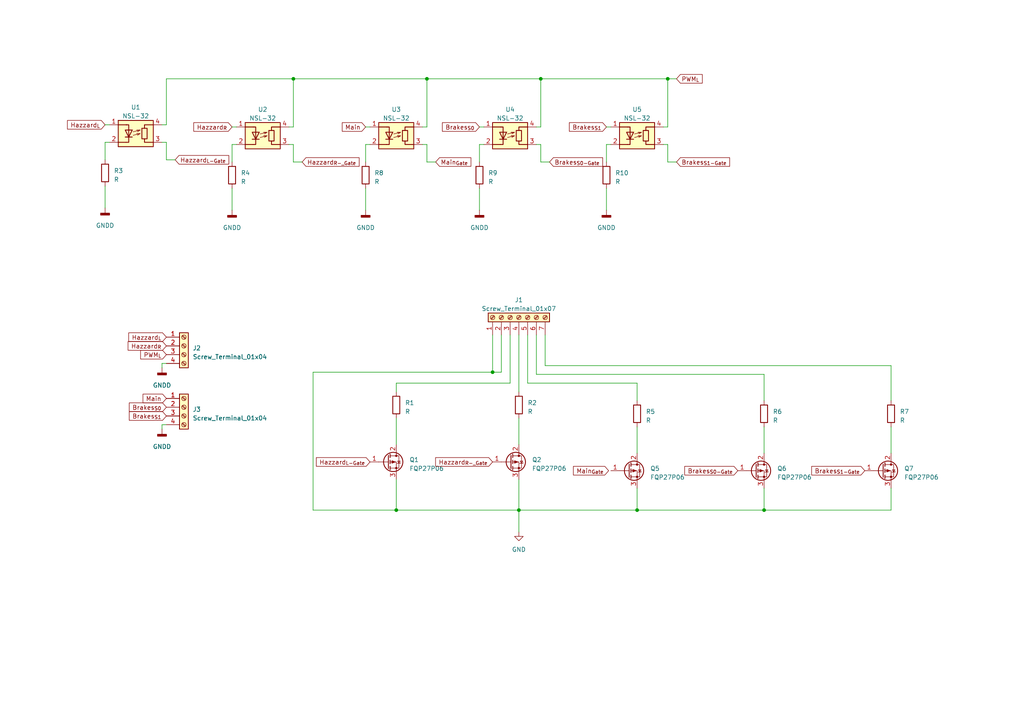
<source format=kicad_sch>
(kicad_sch (version 20230121) (generator eeschema)
  (paper "A4")
  (lib_symbols
    (symbol "Connector:Screw_Terminal_01x04" (pin_names (offset 1.016) hide)
      (property "Reference" "J" (at 0 5.08 0))
      (property "Value" "Screw_Terminal_01x04" (at 0 -7.62 0))
      (symbol "Screw_Terminal_01x04_1_1"
        (rectangle (start -1.27 3.81) (end 1.27 -6.35) (stroke (width 0.254)) (fill (type background)))
        (circle (center 0 -5.08) (radius 0.635) (stroke (width 0.1524)))
        (circle (center 0 -2.54) (radius 0.635) (stroke (width 0.1524)))
        (polyline (pts (xy -0.5334 -4.7498) (xy 0.3302 -5.588)) (stroke (width 0.1524)))
        (polyline (pts (xy -0.5334 -2.2098) (xy 0.3302 -3.048)) (stroke (width 0.1524)))
        (polyline (pts (xy -0.5334 0.3302) (xy 0.3302 -0.508)) (stroke (width 0.1524)))
        (polyline (pts (xy -0.5334 2.8702) (xy 0.3302 2.032)) (stroke (width 0.1524)))
        (polyline (pts (xy -0.3556 -4.572) (xy 0.508 -5.4102)) (stroke (width 0.1524)))
        (polyline (pts (xy -0.3556 -2.032) (xy 0.508 -2.8702)) (stroke (width 0.1524)))
        (polyline (pts (xy -0.3556 0.508) (xy 0.508 -0.3302)) (stroke (width 0.1524)))
        (polyline (pts (xy -0.3556 3.048) (xy 0.508 2.2098)) (stroke (width 0.1524)))
        (circle (center 0 0) (radius 0.635) (stroke (width 0.1524)))
        (circle (center 0 2.54) (radius 0.635) (stroke (width 0.1524)))
        (pin passive line (at -5.08 2.54 0) (length 3.81) (name "Pin_1") (number "1"))
        (pin passive line (at -5.08 0 0) (length 3.81) (name "Pin_2") (number "2"))
        (pin passive line (at -5.08 -2.54 0) (length 3.81) (name "Pin_3") (number "3"))
        (pin passive line (at -5.08 -5.08 0) (length 3.81) (name "Pin_4") (number "4"))
      )
    )
    (symbol "Connector:Screw_Terminal_01x07" (pin_names (offset 1.016) hide)
      (property "Reference" "J" (at 0 10.16 0))
      (property "Value" "Screw_Terminal_01x07" (at 0 -10.16 0))
      (symbol "Screw_Terminal_01x07_1_1"
        (rectangle (start -1.27 8.89) (end 1.27 -8.89) (stroke (width 0.254)) (fill (type background)))
        (circle (center 0 -7.62) (radius 0.635) (stroke (width 0.1524)))
        (circle (center 0 -5.08) (radius 0.635) (stroke (width 0.1524)))
        (circle (center 0 -2.54) (radius 0.635) (stroke (width 0.1524)))
        (polyline (pts (xy -0.5334 -7.2898) (xy 0.3302 -8.128)) (stroke (width 0.1524)))
        (polyline (pts (xy -0.5334 -4.7498) (xy 0.3302 -5.588)) (stroke (width 0.1524)))
        (polyline (pts (xy -0.5334 -2.2098) (xy 0.3302 -3.048)) (stroke (width 0.1524)))
        (polyline (pts (xy -0.5334 0.3302) (xy 0.3302 -0.508)) (stroke (width 0.1524)))
        (polyline (pts (xy -0.5334 2.8702) (xy 0.3302 2.032)) (stroke (width 0.1524)))
        (polyline (pts (xy -0.5334 5.4102) (xy 0.3302 4.572)) (stroke (width 0.1524)))
        (polyline (pts (xy -0.5334 7.9502) (xy 0.3302 7.112)) (stroke (width 0.1524)))
        (polyline (pts (xy -0.3556 -7.112) (xy 0.508 -7.9502)) (stroke (width 0.1524)))
        (polyline (pts (xy -0.3556 -4.572) (xy 0.508 -5.4102)) (stroke (width 0.1524)))
        (polyline (pts (xy -0.3556 -2.032) (xy 0.508 -2.8702)) (stroke (width 0.1524)))
        (polyline (pts (xy -0.3556 0.508) (xy 0.508 -0.3302)) (stroke (width 0.1524)))
        (polyline (pts (xy -0.3556 3.048) (xy 0.508 2.2098)) (stroke (width 0.1524)))
        (polyline (pts (xy -0.3556 5.588) (xy 0.508 4.7498)) (stroke (width 0.1524)))
        (polyline (pts (xy -0.3556 8.128) (xy 0.508 7.2898)) (stroke (width 0.1524)))
        (circle (center 0 0) (radius 0.635) (stroke (width 0.1524)))
        (circle (center 0 2.54) (radius 0.635) (stroke (width 0.1524)))
        (circle (center 0 5.08) (radius 0.635) (stroke (width 0.1524)))
        (circle (center 0 7.62) (radius 0.635) (stroke (width 0.1524)))
        (pin passive line (at -5.08 7.62 0) (length 3.81) (name "Pin_1") (number "1"))
        (pin passive line (at -5.08 5.08 0) (length 3.81) (name "Pin_2") (number "2"))
        (pin passive line (at -5.08 2.54 0) (length 3.81) (name "Pin_3") (number "3"))
        (pin passive line (at -5.08 0 0) (length 3.81) (name "Pin_4") (number "4"))
        (pin passive line (at -5.08 -2.54 0) (length 3.81) (name "Pin_5") (number "5"))
        (pin passive line (at -5.08 -5.08 0) (length 3.81) (name "Pin_6") (number "6"))
        (pin passive line (at -5.08 -7.62 0) (length 3.81) (name "Pin_7") (number "7"))
      )
    )
    (symbol "Device:R" (pin_numbers hide) (pin_names (offset 0))
      (property "Reference" "R" (at 2.032 0 90))
      (property "Value" "R" (at 0 0 90))
      (symbol "R_0_1"
        (rectangle (start -1.016 -2.54) (end 1.016 2.54) (stroke (width 0.254)))
      )
      (symbol "R_1_1"
        (pin passive line (at 0 3.81 270) (length 1.27) (name "~") (number "1"))
        (pin passive line (at 0 -3.81 90) (length 1.27) (name "~") (number "2"))
      )
    )
    (symbol "Isolator:NSL-32" (pin_names (offset 0.762) hide)
      (property "Reference" "U" (at 0 5.08 0))
      (property "Value" "NSL-32" (at 0 -5.08 0))
      (symbol "NSL-32_0_1"
        (rectangle (start -5.08 3.81) (end 5.08 -3.81) (stroke (width 0.254)) (fill (type background)))
        (polyline (pts (xy -5.08 2.54) (xy -2.54 2.54)) (stroke (width 0.254)))
        (polyline (pts (xy -2.794 -2.54) (xy -5.08 -2.54)) (stroke (width 0.254)))
        (polyline (pts (xy -1.016 -1.016) (xy -3.048 -1.016) (xy -3.048 -1.016)) (stroke (width 0.254)))
        (polyline (pts (xy -0.762 -0.508) (xy 1.27 0) (xy 1.27 0)))
        (polyline (pts (xy -0.762 0.508) (xy 1.27 1.016) (xy 1.27 1.016)))
        (polyline (pts (xy 2.54 -1.524) (xy 2.54 -2.54) (xy 5.08 -2.54)) (stroke (width 0.254)))
        (polyline (pts (xy 2.54 1.524) (xy 2.54 2.54) (xy 5.08 2.54)) (stroke (width 0.254)))
        (polyline (pts (xy -2.794 -2.54) (xy -2.032 -2.54) (xy -2.032 2.54) (xy -2.794 2.54)) (stroke (width 0.254)))
        (polyline (pts (xy 0.254 0) (xy 1.27 0) (xy 0.508 -0.508) (xy 0.508 -0.508)))
        (polyline (pts (xy 0.254 1.016) (xy 1.27 1.016) (xy 0.508 0.508) (xy 0.508 0.508)))
        (polyline (pts (xy -1.016 1.016) (xy -3.048 1.016) (xy -2.032 -1.016) (xy -1.016 1.016) (xy -1.016 1.016) (xy -1.016 1.016)) (stroke (width 0.254)))
        (rectangle (start 1.778 1.524) (end 3.302 -1.524) (stroke (width 0.254)))
      )
      (symbol "NSL-32_1_1"
        (pin passive line (at -7.62 2.54 0) (length 2.54) (name "A") (number "1"))
        (pin passive line (at -7.62 -2.54 0) (length 2.54) (name "K") (number "2"))
        (pin passive line (at 7.62 -2.54 180) (length 2.54) (name "R") (number "3"))
        (pin passive line (at 7.62 2.54 180) (length 2.54) (name "R") (number "4"))
      )
    )
    (symbol "Transistor_FET:FQP27P06" (pin_names hide)
      (property "Reference" "Q" (at 5.08 1.905 0))
      (property "Value" "FQP27P06" (at 5.08 0 0))
      (symbol "FQP27P06_0_1"
        (polyline (pts (xy 0.254 0) (xy -2.54 0)))
        (polyline (pts (xy 0.254 1.905) (xy 0.254 -1.905)) (stroke (width 0.254)))
        (polyline (pts (xy 0.762 -1.27) (xy 0.762 -2.286)) (stroke (width 0.254)))
        (polyline (pts (xy 0.762 0.508) (xy 0.762 -0.508)) (stroke (width 0.254)))
        (polyline (pts (xy 0.762 2.286) (xy 0.762 1.27)) (stroke (width 0.254)))
        (polyline (pts (xy 2.54 2.54) (xy 2.54 1.778)))
        (polyline (pts (xy 2.54 -2.54) (xy 2.54 0) (xy 0.762 0)))
        (polyline (pts (xy 0.762 1.778) (xy 3.302 1.778) (xy 3.302 -1.778) (xy 0.762 -1.778)))
        (polyline (pts (xy 2.286 0) (xy 1.27 0.381) (xy 1.27 -0.381) (xy 2.286 0)) (fill (type outline)))
        (polyline (pts (xy 2.794 -0.508) (xy 2.921 -0.381) (xy 3.683 -0.381) (xy 3.81 -0.254)))
        (polyline (pts (xy 3.302 -0.381) (xy 2.921 0.254) (xy 3.683 0.254) (xy 3.302 -0.381)))
        (circle (center 1.651 0) (radius 2.794) (stroke (width 0.254)))
        (circle (center 2.54 -1.778) (radius 0.254) (fill (type outline)))
        (circle (center 2.54 1.778) (radius 0.254) (fill (type outline)))
      )
      (symbol "FQP27P06_1_1"
        (pin input line (at -5.08 0 0) (length 2.54) (name "G") (number "1"))
        (pin passive line (at 2.54 5.08 270) (length 2.54) (name "D") (number "2"))
        (pin passive line (at 2.54 -5.08 90) (length 2.54) (name "S") (number "3"))
      )
    )
    (symbol "power:GND" (power) (pin_names (offset 0))
      (property "Value" "GND" (at 0 -3.81 0))
      (symbol "GND_0_1"
        (polyline (pts (xy 0 0) (xy 0 -1.27) (xy 1.27 -1.27) (xy 0 -2.54) (xy -1.27 -1.27) (xy 0 -1.27)))
      )
      (symbol "GND_1_1"
        (pin power_in line (at 0 0 270) (length 0) hide (name "GND") (number "1"))
      )
    )
    (symbol "power:GNDD" (power) (pin_names (offset 0))
      (property "Value" "GNDD" (at 0 -3.175 0))
      (symbol "GNDD_0_1"
        (rectangle (start -1.27 -1.524) (end 1.27 -2.032) (stroke (width 0.254)) (fill (type outline)))
        (polyline (pts (xy 0 0) (xy 0 -1.524)))
      )
      (symbol "GNDD_1_1"
        (pin power_in line (at 0 0 270) (length 0) hide (name "GNDD") (number "1"))
      )
    )
  )
  (junction (at 150.495 147.955))
  (junction (at 193.675 22.86))
  (junction (at 221.615 147.955))
  (junction (at 142.875 107.95))
  (junction (at 123.825 22.86))
  (junction (at 184.785 147.955))
  (junction (at 85.09 22.86))
  (junction (at 156.845 22.86))
  (junction (at 114.935 147.955))
  (wire (pts (xy 139.065 36.83) (xy 140.335 36.83)))
  (wire (pts (xy 175.895 36.83) (xy 177.165 36.83)))
  (wire (pts (xy 221.615 108.585) (xy 221.615 116.205)))
  (wire (pts (xy 114.935 147.955) (xy 150.495 147.955)))
  (wire (pts (xy 147.955 111.125) (xy 114.935 111.125)))
  (wire (pts (xy 193.675 46.99) (xy 196.215 46.99)))
  (wire (pts (xy 139.065 41.91) (xy 139.065 46.99)))
  (wire (pts (xy 106.045 54.61) (xy 106.045 60.96)))
  (wire (pts (xy 123.825 22.86) (xy 156.845 22.86)))
  (wire (pts (xy 46.99 123.19) (xy 48.26 123.19)))
  (wire (pts (xy 106.045 36.83) (xy 107.315 36.83)))
  (wire (pts (xy 258.445 123.825) (xy 258.445 131.445)))
  (wire (pts (xy 67.31 54.61) (xy 67.31 60.96)))
  (wire (pts (xy 184.785 141.605) (xy 184.785 147.955)))
  (wire (pts (xy 46.99 105.41) (xy 48.26 105.41)))
  (wire (pts (xy 48.26 41.275) (xy 48.26 46.355)))
  (wire (pts (xy 48.26 22.86) (xy 85.09 22.86)))
  (wire (pts (xy 147.955 97.155) (xy 147.955 111.125)))
  (wire (pts (xy 83.82 41.91) (xy 85.09 41.91)))
  (wire (pts (xy 123.825 46.99) (xy 126.365 46.99)))
  (wire (pts (xy 123.825 41.91) (xy 123.825 46.99)))
  (wire (pts (xy 67.31 36.83) (xy 68.58 36.83)))
  (wire (pts (xy 114.935 139.065) (xy 114.935 147.955)))
  (wire (pts (xy 67.31 41.91) (xy 67.31 46.99)))
  (wire (pts (xy 31.75 41.275) (xy 30.48 41.275)))
  (wire (pts (xy 192.405 41.91) (xy 193.675 41.91)))
  (wire (pts (xy 221.615 123.825) (xy 221.615 131.445)))
  (wire (pts (xy 83.82 36.83) (xy 85.09 36.83)))
  (wire (pts (xy 145.415 107.95) (xy 142.875 107.95)))
  (wire (pts (xy 184.785 123.825) (xy 184.785 131.445)))
  (wire (pts (xy 139.065 54.61) (xy 139.065 60.96)))
  (wire (pts (xy 177.165 41.91) (xy 175.895 41.91)))
  (wire (pts (xy 46.99 41.275) (xy 48.26 41.275)))
  (wire (pts (xy 184.785 147.955) (xy 221.615 147.955)))
  (wire (pts (xy 150.495 121.285) (xy 150.495 128.905)))
  (wire (pts (xy 221.615 141.605) (xy 221.615 147.955)))
  (wire (pts (xy 85.09 22.86) (xy 85.09 36.83)))
  (wire (pts (xy 114.935 121.285) (xy 114.935 128.905)))
  (wire (pts (xy 106.045 41.91) (xy 106.045 46.99)))
  (wire (pts (xy 48.26 22.86) (xy 48.26 36.195)))
  (wire (pts (xy 142.875 107.95) (xy 90.805 107.95)))
  (wire (pts (xy 85.09 46.99) (xy 87.63 46.99)))
  (wire (pts (xy 107.315 41.91) (xy 106.045 41.91)))
  (wire (pts (xy 145.415 97.155) (xy 145.415 107.95)))
  (wire (pts (xy 46.99 124.46) (xy 46.99 123.19)))
  (wire (pts (xy 30.48 53.975) (xy 30.48 60.325)))
  (wire (pts (xy 258.445 147.955) (xy 258.445 141.605)))
  (wire (pts (xy 193.675 22.86) (xy 193.675 36.83)))
  (wire (pts (xy 156.845 41.91) (xy 156.845 46.99)))
  (wire (pts (xy 155.575 41.91) (xy 156.845 41.91)))
  (wire (pts (xy 90.805 107.95) (xy 90.805 147.955)))
  (wire (pts (xy 114.935 113.665) (xy 114.935 111.125)))
  (wire (pts (xy 46.99 106.68) (xy 46.99 105.41)))
  (wire (pts (xy 122.555 41.91) (xy 123.825 41.91)))
  (wire (pts (xy 193.675 41.91) (xy 193.675 46.99)))
  (wire (pts (xy 46.99 36.195) (xy 48.26 36.195)))
  (wire (pts (xy 140.335 41.91) (xy 139.065 41.91)))
  (wire (pts (xy 184.785 111.125) (xy 184.785 116.205)))
  (wire (pts (xy 175.895 54.61) (xy 175.895 60.96)))
  (wire (pts (xy 85.09 22.86) (xy 123.825 22.86)))
  (wire (pts (xy 85.09 41.91) (xy 85.09 46.99)))
  (wire (pts (xy 150.495 139.065) (xy 150.495 147.955)))
  (wire (pts (xy 156.845 22.86) (xy 193.675 22.86)))
  (wire (pts (xy 158.115 106.045) (xy 258.445 106.045)))
  (wire (pts (xy 155.575 108.585) (xy 221.615 108.585)))
  (wire (pts (xy 258.445 106.045) (xy 258.445 116.205)))
  (wire (pts (xy 175.895 41.91) (xy 175.895 46.99)))
  (wire (pts (xy 150.495 97.155) (xy 150.495 113.665)))
  (wire (pts (xy 155.575 36.83) (xy 156.845 36.83)))
  (wire (pts (xy 156.845 22.86) (xy 156.845 36.83)))
  (wire (pts (xy 153.035 97.155) (xy 153.035 111.125)))
  (wire (pts (xy 90.805 147.955) (xy 114.935 147.955)))
  (wire (pts (xy 153.035 111.125) (xy 184.785 111.125)))
  (wire (pts (xy 150.495 147.955) (xy 150.495 154.305)))
  (wire (pts (xy 122.555 36.83) (xy 123.825 36.83)))
  (wire (pts (xy 192.405 36.83) (xy 193.675 36.83)))
  (wire (pts (xy 142.875 97.155) (xy 142.875 107.95)))
  (wire (pts (xy 155.575 97.155) (xy 155.575 108.585)))
  (wire (pts (xy 193.675 22.86) (xy 196.215 22.86)))
  (wire (pts (xy 156.845 46.99) (xy 159.385 46.99)))
  (wire (pts (xy 158.115 97.155) (xy 158.115 106.045)))
  (wire (pts (xy 123.825 22.86) (xy 123.825 36.83)))
  (wire (pts (xy 30.48 36.195) (xy 31.75 36.195)))
  (wire (pts (xy 68.58 41.91) (xy 67.31 41.91)))
  (wire (pts (xy 48.26 46.355) (xy 50.8 46.355)))
  (wire (pts (xy 30.48 41.275) (xy 30.48 46.355)))
  (wire (pts (xy 221.615 147.955) (xy 258.445 147.955)))
  (wire (pts (xy 150.495 147.955) (xy 184.785 147.955)))
  (global_label "Main" (shape input) (at 48.26 115.57 180) (property "Intersheetrefs" "${INTERSHEET_REFS}" (effects hide)))
  (global_label "PWM_{L}" (shape input) (at 48.26 102.87 180) (property "Intersheetrefs" "${INTERSHEET_REFS}" (effects hide)))
  (global_label "Hazzard_{L-Gate}" (shape input) (at 107.315 133.985 180) (property "Intersheetrefs" "${INTERSHEET_REFS}" (effects hide)))
  (global_label "Hazzard_{R}" (shape input) (at 67.31 36.83 180) (property "Intersheetrefs" "${INTERSHEET_REFS}" (effects hide)))
  (global_label "Brakes_{S0}" (shape input) (at 48.26 118.11 180) (property "Intersheetrefs" "${INTERSHEET_REFS}" (effects hide)))
  (global_label "Hazzard_{R-_Gate}" (shape input) (at 142.875 133.985 180) (property "Intersheetrefs" "${INTERSHEET_REFS}" (effects hide)))
  (global_label "Main_{Gate}" (shape input) (at 176.53 136.525 180) (property "Intersheetrefs" "${INTERSHEET_REFS}" (effects hide)))
  (global_label "Brakes_{S0}" (shape input) (at 139.065 36.83 180) (property "Intersheetrefs" "${INTERSHEET_REFS}" (effects hide)))
  (global_label "Hazzard_{L}" (shape input) (at 30.48 36.195 180) (property "Intersheetrefs" "${INTERSHEET_REFS}" (effects hide)))
  (global_label "Brakes_{S1}" (shape input) (at 48.26 120.65 180) (property "Intersheetrefs" "${INTERSHEET_REFS}" (effects hide)))
  (global_label "Brakes_{S0-}_{Gate}" (shape input) (at 159.385 46.99 0) (property "Intersheetrefs" "${INTERSHEET_REFS}" (effects hide)))
  (global_label "Brakes_{S1-}_{Gate}" (shape input) (at 196.215 46.99 0) (property "Intersheetrefs" "${INTERSHEET_REFS}" (effects hide)))
  (global_label "Brakes_{S1-}_{Gate}" (shape input) (at 250.825 136.525 180) (property "Intersheetrefs" "${INTERSHEET_REFS}" (effects hide)))
  (global_label "Main" (shape input) (at 106.045 36.83 180) (property "Intersheetrefs" "${INTERSHEET_REFS}" (effects hide)))
  (global_label "Brakes_{S0-}_{Gate}" (shape input) (at 213.995 136.525 180) (property "Intersheetrefs" "${INTERSHEET_REFS}" (effects hide)))
  (global_label "Hazzard_{L}" (shape input) (at 48.26 97.79 180) (property "Intersheetrefs" "${INTERSHEET_REFS}" (effects hide)))
  (global_label "PWM_{L}" (shape input) (at 196.215 22.86 0) (property "Intersheetrefs" "${INTERSHEET_REFS}" (effects hide)))
  (global_label "Brakes_{S1}" (shape input) (at 175.895 36.83 180) (property "Intersheetrefs" "${INTERSHEET_REFS}" (effects hide)))
  (global_label "Hazzard_{L-Gate}" (shape input) (at 50.8 46.355 0) (property "Intersheetrefs" "${INTERSHEET_REFS}" (effects hide)))
  (global_label "Hazzard_{R}" (shape input) (at 48.26 100.33 180) (property "Intersheetrefs" "${INTERSHEET_REFS}" (effects hide)))
  (global_label "Main_{Gate}" (shape input) (at 126.365 46.99 0) (property "Intersheetrefs" "${INTERSHEET_REFS}" (effects hide)))
  (global_label "Hazzard_{R-_Gate}" (shape input) (at 87.63 46.99 0) (property "Intersheetrefs" "${INTERSHEET_REFS}" (effects hide)))
  (symbol (lib_id "Device:R") (at 184.785 120.015 0) (unit 1)
    (property "Reference" "R5" (at 187.325 119.38 0) (effects (justify left)))
    (property "Value" "R" (at 187.325 121.92 0) (effects (justify left)))
  )
  (symbol (lib_id "Device:R") (at 67.31 50.8 0) (unit 1)
    (property "Reference" "R4" (at 69.85 50.165 0) (effects (justify left)))
    (property "Value" "R" (at 69.85 52.705 0) (effects (justify left)))
  )
  (symbol (lib_id "Transistor_FET:FQP27P06") (at 182.245 136.525 0) (unit 1)
    (property "Reference" "Q5" (at 188.595 135.89 0) (effects (justify left)))
    (property "Value" "FQP27P06" (at 188.595 138.43 0) (effects (justify left)))
    (property "Footprint" "Package_TO_SOT_THT:TO-220-3_Vertical" (effects hide))
    (property "Datasheet" "https://www.onsemi.com/pub/Collateral/FQP27P06-D.PDF" (effects hide))
  )
  (symbol (lib_id "Isolator:NSL-32") (at 114.935 39.37 0) (unit 1)
    (property "Reference" "U3" (at 114.935 31.75 0))
    (property "Value" "NSL-32" (at 114.935 34.29 0))
    (property "Footprint" "OptoDevice:Luna_NSL-32" (effects hide))
    (property "Datasheet" "http://lunainc.com/wp-content/uploads/2016/06/NSL-32.pdf" (effects hide))
  )
  (symbol (lib_id "power:GNDD") (at 30.48 60.325 0) (unit 1)
    (property "Reference" "#PWR02" (effects hide))
    (property "Value" "GNDD" (at 30.48 65.405 0))
  )
  (symbol (lib_id "Device:R") (at 106.045 50.8 0) (unit 1)
    (property "Reference" "R8" (at 108.585 50.165 0) (effects (justify left)))
    (property "Value" "R" (at 108.585 52.705 0) (effects (justify left)))
  )
  (symbol (lib_id "Device:R") (at 30.48 50.165 0) (unit 1)
    (property "Reference" "R3" (at 33.02 49.53 0) (effects (justify left)))
    (property "Value" "R" (at 33.02 52.07 0) (effects (justify left)))
  )
  (symbol (lib_id "Device:R") (at 139.065 50.8 0) (unit 1)
    (property "Reference" "R9" (at 141.605 50.165 0) (effects (justify left)))
    (property "Value" "R" (at 141.605 52.705 0) (effects (justify left)))
  )
  (symbol (lib_id "Connector:Screw_Terminal_01x04") (at 53.34 118.11 0) (unit 1)
    (property "Reference" "J3" (at 55.88 118.745 0) (effects (justify left)))
    (property "Value" "Screw_Terminal_01x04" (at 55.88 121.285 0) (effects (justify left)))
  )
  (symbol (lib_id "Connector:Screw_Terminal_01x04") (at 53.34 100.33 0) (unit 1)
    (property "Reference" "J2" (at 55.88 100.965 0) (effects (justify left)))
    (property "Value" "Screw_Terminal_01x04" (at 55.88 103.505 0) (effects (justify left)))
  )
  (symbol (lib_id "power:GNDD") (at 106.045 60.96 0) (unit 1)
    (property "Reference" "#PWR06" (effects hide))
    (property "Value" "GNDD" (at 106.045 66.04 0))
  )
  (symbol (lib_id "Transistor_FET:FQP27P06") (at 219.075 136.525 0) (unit 1)
    (property "Reference" "Q6" (at 225.425 135.89 0) (effects (justify left)))
    (property "Value" "FQP27P06" (at 225.425 138.43 0) (effects (justify left)))
    (property "Footprint" "Package_TO_SOT_THT:TO-220-3_Vertical" (effects hide))
    (property "Datasheet" "https://www.onsemi.com/pub/Collateral/FQP27P06-D.PDF" (effects hide))
  )
  (symbol (lib_id "power:GNDD") (at 46.99 106.68 0) (unit 1)
    (property "Reference" "#PWR03" (effects hide))
    (property "Value" "GNDD" (at 46.99 111.76 0))
  )
  (symbol (lib_id "Isolator:NSL-32") (at 76.2 39.37 0) (unit 1)
    (property "Reference" "U2" (at 76.2 31.75 0))
    (property "Value" "NSL-32" (at 76.2 34.29 0))
    (property "Footprint" "OptoDevice:Luna_NSL-32" (effects hide))
    (property "Datasheet" "http://lunainc.com/wp-content/uploads/2016/06/NSL-32.pdf" (effects hide))
  )
  (symbol (lib_id "power:GNDD") (at 175.895 60.96 0) (unit 1)
    (property "Reference" "#PWR08" (effects hide))
    (property "Value" "GNDD" (at 175.895 66.04 0))
  )
  (symbol (lib_id "Isolator:NSL-32") (at 39.37 38.735 0) (unit 1)
    (property "Reference" "U1" (at 39.37 31.115 0))
    (property "Value" "NSL-32" (at 39.37 33.655 0))
    (property "Footprint" "OptoDevice:Luna_NSL-32" (effects hide))
    (property "Datasheet" "http://lunainc.com/wp-content/uploads/2016/06/NSL-32.pdf" (effects hide))
  )
  (symbol (lib_id "Device:R") (at 114.935 117.475 0) (unit 1)
    (property "Reference" "R1" (at 117.475 116.84 0) (effects (justify left)))
    (property "Value" "R" (at 117.475 119.38 0) (effects (justify left)))
  )
  (symbol (lib_id "Device:R") (at 258.445 120.015 0) (unit 1)
    (property "Reference" "R7" (at 260.985 119.38 0) (effects (justify left)))
    (property "Value" "R" (at 260.985 121.92 0) (effects (justify left)))
  )
  (symbol (lib_id "Transistor_FET:FQP27P06") (at 112.395 133.985 0) (unit 1)
    (property "Reference" "Q1" (at 118.745 133.35 0) (effects (justify left)))
    (property "Value" "FQP27P06" (at 118.745 135.89 0) (effects (justify left)))
    (property "Footprint" "Package_TO_SOT_THT:TO-220-3_Vertical" (effects hide))
    (property "Datasheet" "https://www.onsemi.com/pub/Collateral/FQP27P06-D.PDF" (effects hide))
  )
  (symbol (lib_id "Transistor_FET:FQP27P06") (at 255.905 136.525 0) (unit 1)
    (property "Reference" "Q7" (at 262.255 135.89 0) (effects (justify left)))
    (property "Value" "FQP27P06" (at 262.255 138.43 0) (effects (justify left)))
    (property "Footprint" "Package_TO_SOT_THT:TO-220-3_Vertical" (effects hide))
    (property "Datasheet" "https://www.onsemi.com/pub/Collateral/FQP27P06-D.PDF" (effects hide))
  )
  (symbol (lib_id "Device:R") (at 221.615 120.015 0) (unit 1)
    (property "Reference" "R6" (at 224.155 119.38 0) (effects (justify left)))
    (property "Value" "R" (at 224.155 121.92 0) (effects (justify left)))
  )
  (symbol (lib_id "Isolator:NSL-32") (at 147.955 39.37 0) (unit 1)
    (property "Reference" "U4" (at 147.955 31.75 0))
    (property "Value" "NSL-32" (at 147.955 34.29 0))
    (property "Footprint" "OptoDevice:Luna_NSL-32" (effects hide))
    (property "Datasheet" "http://lunainc.com/wp-content/uploads/2016/06/NSL-32.pdf" (effects hide))
  )
  (symbol (lib_id "power:GNDD") (at 139.065 60.96 0) (unit 1)
    (property "Reference" "#PWR07" (effects hide))
    (property "Value" "GNDD" (at 139.065 66.04 0))
  )
  (symbol (lib_id "power:GNDD") (at 46.99 124.46 0) (unit 1)
    (property "Reference" "#PWR04" (effects hide))
    (property "Value" "GNDD" (at 46.99 129.54 0))
  )
  (symbol (lib_id "power:GNDD") (at 67.31 60.96 0) (unit 1)
    (property "Reference" "#PWR05" (effects hide))
    (property "Value" "GNDD" (at 67.31 66.04 0))
  )
  (symbol (lib_id "Device:R") (at 175.895 50.8 0) (unit 1)
    (property "Reference" "R10" (at 178.435 50.165 0) (effects (justify left)))
    (property "Value" "R" (at 178.435 52.705 0) (effects (justify left)))
  )
  (symbol (lib_id "Isolator:NSL-32") (at 184.785 39.37 0) (unit 1)
    (property "Reference" "U5" (at 184.785 31.75 0))
    (property "Value" "NSL-32" (at 184.785 34.29 0))
    (property "Footprint" "OptoDevice:Luna_NSL-32" (effects hide))
    (property "Datasheet" "http://lunainc.com/wp-content/uploads/2016/06/NSL-32.pdf" (effects hide))
  )
  (symbol (lib_id "Transistor_FET:FQP27P06") (at 147.955 133.985 0) (unit 1)
    (property "Reference" "Q2" (at 154.305 133.35 0) (effects (justify left)))
    (property "Value" "FQP27P06" (at 154.305 135.89 0) (effects (justify left)))
    (property "Footprint" "Package_TO_SOT_THT:TO-220-3_Vertical" (effects hide))
    (property "Datasheet" "https://www.onsemi.com/pub/Collateral/FQP27P06-D.PDF" (effects hide))
  )
  (symbol (lib_id "Connector:Screw_Terminal_01x07") (at 150.495 92.075 90) (unit 1)
    (property "Reference" "J1" (at 150.495 86.995 90))
    (property "Value" "Screw_Terminal_01x07" (at 150.495 89.535 90))
  )
  (symbol (lib_id "Device:R") (at 150.495 117.475 0) (unit 1)
    (property "Reference" "R2" (at 153.035 116.84 0) (effects (justify left)))
    (property "Value" "R" (at 153.035 119.38 0) (effects (justify left)))
  )
  (symbol (lib_id "power:GND") (at 150.495 154.305 0) (unit 1)
    (property "Reference" "#PWR01" (effects hide))
    (property "Value" "GND" (at 150.495 159.385 0))
  )
)
</source>
